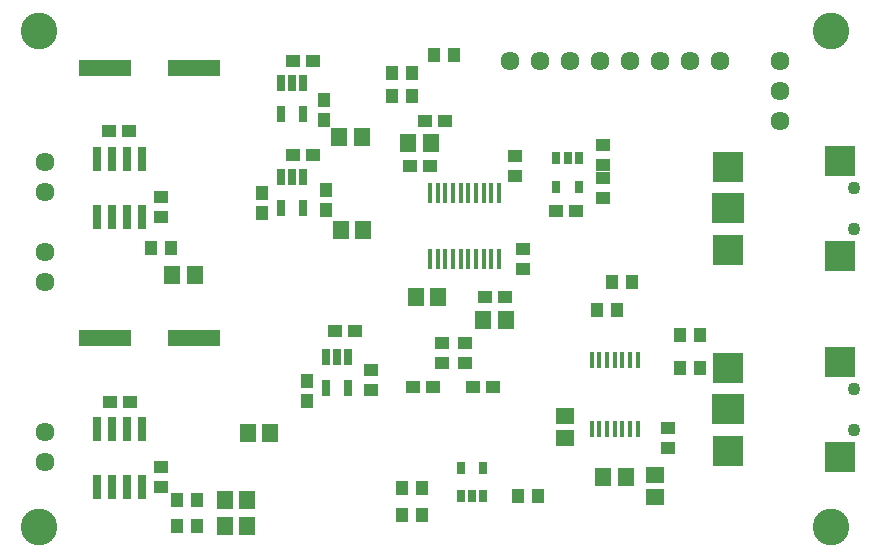
<source format=gts>
G75*
G70*
%OFA0B0*%
%FSLAX24Y24*%
%IPPOS*%
%LPD*%
%AMOC8*
5,1,8,0,0,1.08239X$1,22.5*
%
%ADD10C,0.1221*%
%ADD11R,0.0138X0.0650*%
%ADD12R,0.0284X0.0520*%
%ADD13R,0.0473X0.0434*%
%ADD14R,0.0434X0.0473*%
%ADD15R,0.0552X0.0631*%
%ADD16R,0.0182X0.0536*%
%ADD17R,0.0631X0.0552*%
%ADD18R,0.0316X0.0434*%
%ADD19R,0.0985X0.1044*%
%ADD20R,0.0985X0.1024*%
%ADD21R,0.1064X0.0985*%
%ADD22C,0.0434*%
%ADD23C,0.0634*%
%ADD24R,0.0260X0.0820*%
%ADD25R,0.1772X0.0552*%
D10*
X001675Y001675D03*
X001675Y018210D03*
X028053Y018210D03*
X028053Y001675D03*
D11*
X017002Y010623D03*
X016746Y010623D03*
X016490Y010623D03*
X016234Y010623D03*
X015978Y010623D03*
X015722Y010623D03*
X015466Y010623D03*
X015210Y010623D03*
X014954Y010623D03*
X014698Y010623D03*
X014698Y012827D03*
X014954Y012827D03*
X015210Y012827D03*
X015466Y012827D03*
X015722Y012827D03*
X015978Y012827D03*
X016234Y012827D03*
X016490Y012827D03*
X016746Y012827D03*
X017002Y012827D03*
D12*
X010474Y012334D03*
X009726Y012334D03*
X009726Y013366D03*
X010100Y013366D03*
X010474Y013366D03*
X010474Y015459D03*
X009726Y015459D03*
X009726Y016491D03*
X010100Y016491D03*
X010474Y016491D03*
X011226Y007366D03*
X011600Y007366D03*
X011974Y007366D03*
X011974Y006334D03*
X011226Y006334D03*
D13*
X012725Y006265D03*
X012725Y006935D03*
X014140Y006350D03*
X014810Y006350D03*
X015100Y007140D03*
X015850Y007140D03*
X015850Y007810D03*
X015100Y007810D03*
X016140Y006350D03*
X016810Y006350D03*
X016515Y009350D03*
X017185Y009350D03*
X017795Y010301D03*
X017795Y010970D03*
X018890Y012225D03*
X019560Y012225D03*
X020475Y012640D03*
X020475Y013310D03*
X020475Y013765D03*
X020475Y014435D03*
X017543Y014045D03*
X017543Y013376D03*
X015185Y015225D03*
X014515Y015225D03*
X014685Y013725D03*
X014015Y013725D03*
X010810Y014100D03*
X010140Y014100D03*
X005725Y012685D03*
X005725Y012015D03*
X004679Y014886D03*
X004009Y014886D03*
X010140Y017225D03*
X010810Y017225D03*
X011515Y008225D03*
X012185Y008225D03*
X005725Y003685D03*
X005725Y003015D03*
X004685Y005850D03*
X004015Y005850D03*
X022616Y005002D03*
X022616Y004332D03*
D14*
X023015Y006975D03*
X023685Y006975D03*
X023685Y008100D03*
X023015Y008100D03*
X020924Y008930D03*
X020255Y008930D03*
X020755Y009842D03*
X021424Y009842D03*
X014104Y016041D03*
X013435Y016041D03*
X013435Y016825D03*
X014104Y016825D03*
X014843Y017422D03*
X015512Y017422D03*
X011177Y015935D03*
X011177Y015265D03*
X011225Y012935D03*
X011225Y012265D03*
X009100Y012140D03*
X009100Y012810D03*
X006060Y010975D03*
X005390Y010975D03*
X010600Y006560D03*
X010600Y005890D03*
X013765Y002975D03*
X014435Y002975D03*
X014435Y002100D03*
X013765Y002100D03*
X017640Y002725D03*
X018310Y002725D03*
X006935Y002600D03*
X006265Y002600D03*
X006265Y001725D03*
X006935Y001725D03*
D15*
X007851Y001725D03*
X008599Y001725D03*
X008599Y002600D03*
X007851Y002600D03*
X008631Y004808D03*
X009380Y004808D03*
X014226Y009350D03*
X014974Y009350D03*
X016476Y008600D03*
X017224Y008600D03*
X012474Y011600D03*
X011726Y011600D03*
X013976Y014475D03*
X014724Y014475D03*
X012421Y014689D03*
X011673Y014689D03*
X006849Y010100D03*
X006101Y010100D03*
X020476Y003350D03*
X021224Y003350D03*
D16*
X021106Y004958D03*
X021362Y004958D03*
X021618Y004958D03*
X020850Y004958D03*
X020594Y004958D03*
X020338Y004958D03*
X020082Y004958D03*
X020082Y007242D03*
X020338Y007242D03*
X020594Y007242D03*
X020850Y007242D03*
X021106Y007242D03*
X021362Y007242D03*
X021618Y007242D03*
D17*
X019187Y005393D03*
X019187Y004645D03*
X022208Y003422D03*
X022208Y002674D03*
D18*
X016473Y002725D03*
X016099Y002725D03*
X015725Y002725D03*
X015725Y003670D03*
X016473Y003670D03*
X018911Y013030D03*
X019659Y013030D03*
X019659Y013975D03*
X019285Y013975D03*
X018911Y013975D03*
D19*
X028368Y013889D03*
X028368Y010720D03*
X028368Y007196D03*
X028368Y004027D03*
D20*
X024628Y004234D03*
X024628Y006990D03*
X024628Y010927D03*
X024628Y013683D03*
D21*
X024628Y012305D03*
X024628Y005612D03*
D22*
X028840Y006301D03*
X028840Y004923D03*
X028840Y011616D03*
X028840Y012994D03*
D23*
X026350Y015225D03*
X026350Y016225D03*
X026350Y017225D03*
X024350Y017225D03*
X023350Y017225D03*
X022350Y017225D03*
X021350Y017225D03*
X020350Y017225D03*
X019350Y017225D03*
X018350Y017225D03*
X017350Y017225D03*
X001850Y013850D03*
X001850Y012850D03*
X001850Y010850D03*
X001850Y009850D03*
X001850Y004850D03*
X001850Y003850D03*
D24*
X003600Y003005D03*
X004100Y003005D03*
X004600Y003005D03*
X005100Y003005D03*
X005100Y004945D03*
X004600Y004945D03*
X004100Y004945D03*
X003600Y004945D03*
X003600Y012005D03*
X004100Y012005D03*
X004600Y012005D03*
X005100Y012005D03*
X005100Y013945D03*
X004600Y013945D03*
X004100Y013945D03*
X003600Y013945D03*
D25*
X003874Y016975D03*
X006826Y016975D03*
X006826Y007975D03*
X003874Y007975D03*
M02*

</source>
